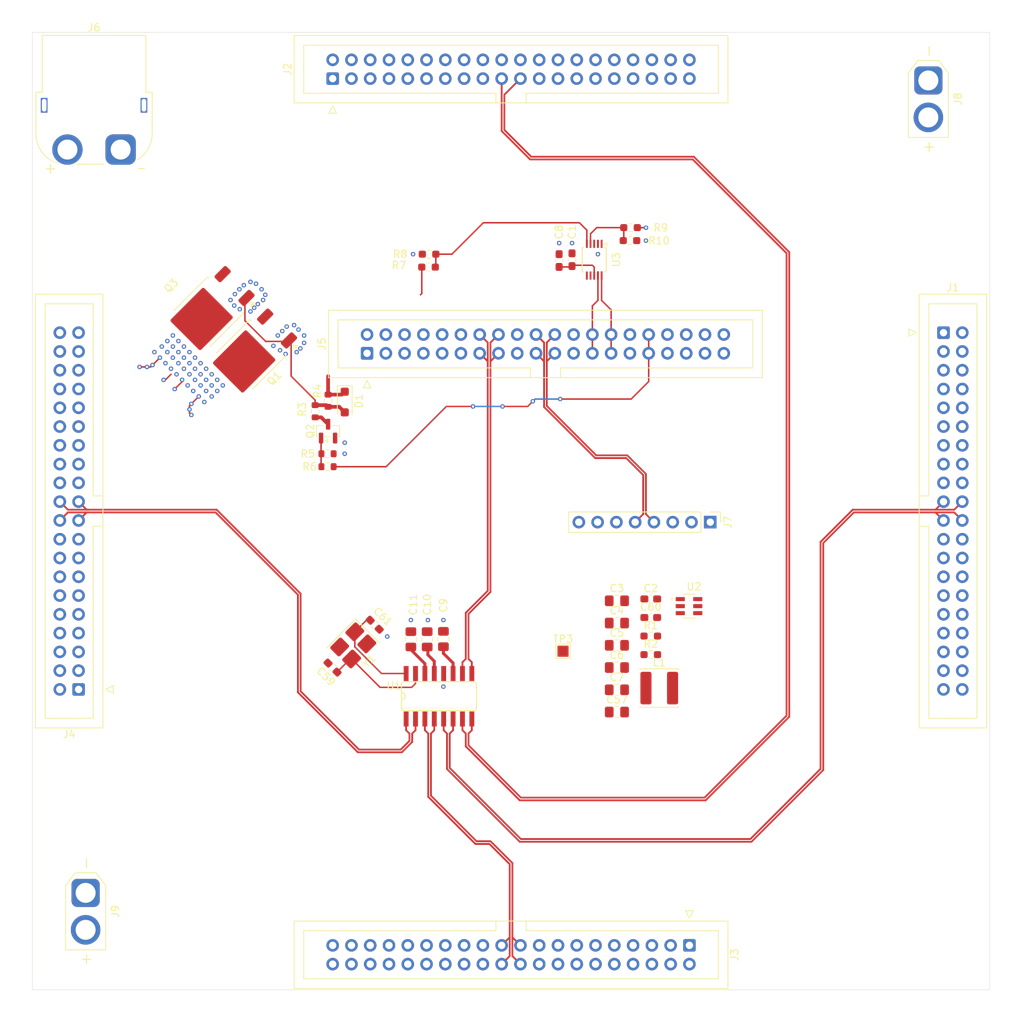
<source format=kicad_pcb>
(kicad_pcb (version 20241229) (generator "pcbnew") (generator_version "9.0")
  (layers (0 "F.Cu" signal) (4 "In1.Cu" signal) (6 "In2.Cu" signal) (2 "B.Cu" signal) (13 "F.Paste" user) (15 "B.Paste" user) (5 "F.SilkS" user "F.Silkscreen") (7 "B.SilkS" user "B.Silkscreen") (1 "F.Mask" user) (3 "B.Mask" user) (25 "Edge.Cuts" user))
  (net 0 "")
  (net 1 "D1+")
  (net 2 "D1-")
  (net 3 "VCC")
  (net 4 "GND")
  (net 5 "D3-")
  (net 6 "D3+")
  (net 7 "D4+")
  (net 8 "D4-")
  (net 9 "D2-")
  (net 10 "D2+")
  (net 11 "D_1-")
  (net 12 "D_1+")
  (net 13 "VDD")
  (net 14 "SCL")
  (net 15 "SDA")
  (net 16 "D_2-")
  (net 17 "D_2+")
  (net 18 "PWR_ON")
  (net 19 "Net-(U1-VDD33)")
  (net 20 "Net-(U2-BST)")
  (net 21 "Net-(U3-AIN0)")
  (net 22 "Net-(U3-AIN1)")
  (net 23 "Net-(U2-SW)")
  (net 24 "Net-(U1-VDD18)")
  (net 25 "Net-(U1-XOUT)")
  (net 26 "Net-(U1-XIN)")
  (net 27 "+5V")
  (net 28 "Net-(D1-A)")
  (net 29 "Net-(Q2-G)")
  (net 30 "Net-(Q2-D)")
  (net 31 "Net-(U2-FB)")
  (footprint "Resistor_SMD:R_0603_1608Metric" (layer "F.Cu") (at 40 49.825 90)
    (property "Reference" "R4")
    (property "Value" "1k")
  )
  (footprint "Resistor_SMD:R_0603_1608Metric_Pad0.98x0.95mm_HandSolder" (layer "F.Cu") (at 80.912499 26.4075 180)
    (property "Reference" "R9")
    (property "Value" "100k")
  )
  (footprint "Connector_IDC:IDC-Header_2x20_P2.54mm_Vertical" (layer "F.Cu") (at 45.27 43.41 90)
    (property "Reference" "J5")
    (property "Value" "Conn_02x20_Top_Bottom")
  )
  (footprint "Capacitor_SMD:C_0805_2012Metric_Pad1.18x1.45mm_HandSolder" (layer "F.Cu") (at 53.4 82.1 90)
    (property "Reference" "C10")
    (property "Value" "22u")
  )
  (footprint "Capacitor_SMD:C_0805_2012Metric_Pad1.18x1.45mm_HandSolder" (layer "F.Cu") (at 79.07 91.94)
    (property "Reference" "C57")
    (property "Value" "22u")
  )
  (footprint "Capacitor_SMD:C_0603_1608Metric_Pad1.08x0.95mm_HandSolder" (layer "F.Cu") (at 40.602167 85.92418 -45)
    (property "Reference" "C59")
    (property "Value" "26p")
  )
  (footprint "SL2.1A:SO16" (layer "F.Cu") (at 55 89.8)
    (property "Reference" "U1")
    (property "Value" "SL2.1A")
  )
  (footprint "Capacitor_SMD:C_0603_1608Metric_Pad1.08x0.95mm_HandSolder" (layer "F.Cu") (at 71.25 30.862501 90)
    (property "Reference" "C8")
    (property "Value" "10u")
  )
  (footprint "Capacitor_SMD:C_0603_1608Metric_Pad1.08x0.95mm_HandSolder" (layer "F.Cu") (at 46.302167 80.124179 135)
    (property "Reference" "C61")
    (property "Value" "26p")
  )
  (footprint "Connector_IDC:IDC-Header_2x20_P2.54mm_Vertical" (layer "F.Cu") (at 6.25 88.88 180)
    (property "Reference" "J4")
    (property "Value" "Conn_02x20_Top_Bottom")
  )
  (footprint "Capacitor_SMD:C_0603_1608Metric_Pad1.08x0.95mm_HandSolder" (layer "F.Cu") (at 83.65 76.64)
    (property "Reference" "C2")
    (property "Value" "100n")
  )
  (footprint "Connector_AMASS:AMASS_XT30U-F_1x02_P5.0mm_Vertical" (layer "F.Cu") (at 121.2 6.5 -90)
    (property "Reference" "J8")
    (property "Value" "Conn_01x02")
  )
  (footprint "Capacitor_SMD:C_0805_2012Metric_Pad1.18x1.45mm_HandSolder" (layer "F.Cu") (at 55.6 82.0625 90)
    (property "Reference" "C9")
    (property "Value" "22u")
  )
  (footprint "Package_TO_SOT_SMD:SOT-23" (layer "F.Cu") (at 40 53.937501 90)
    (property "Reference" "Q2")
    (property "Value" "2N7002")
  )
  (footprint "Connector_PinHeader_2.54mm:PinHeader_1x08_P2.54mm_Vertical" (layer "F.Cu") (at 91.7 66.25 -90)
    (property "Reference" "J7")
    (property "Value" "Conn_01x08")
  )
  (footprint "Capacitor_SMD:C_0805_2012Metric_Pad1.18x1.45mm_HandSolder" (layer "F.Cu") (at 79.07 82.91)
    (property "Reference" "C5")
    (property "Value" "22u")
  )
  (footprint "Capacitor_SMD:C_0603_1608Metric_Pad1.08x0.95mm_HandSolder" (layer "F.Cu") (at 83.65 79.15)
    (property "Reference" "C60")
    (property "Value" "100n")
  )
  (footprint "Package_TO_SOT_SMD:TO-252-2" (layer "F.Cu") (at 23.784889 37.871787 -135)
    (property "Reference" "Q3")
    (property "Value" "Q_PMOS_GDS")
  )
  (footprint "Resistor_SMD:R_0603_1608Metric" (layer "F.Cu") (at 38.25 51.25 -90)
    (property "Reference" "R3")
    (property "Value" "100")
  )
  (footprint "Package_SO:TSSOP-10_3x3mm_P0.5mm" (layer "F.Cu") (at 76 30.75 -90)
    (property "Reference" "U3")
    (property "Value" "ADS1115IDGS")
  )
  (footprint "Resistor_SMD:R_0603_1608Metric" (layer "F.Cu") (at 39.925 58.75)
    (property "Reference" "R6")
    (property "Value" "1k")
  )
  (footprint "Resistor_SMD:R_0603_1608Metric_Pad0.98x0.95mm_HandSolder" (layer "F.Cu") (at 53.5875 31.75)
    (property "Reference" "R7")
    (property "Value" "100k")
  )
  (footprint "Resistor_SMD:R_0603_1608Metric_Pad0.98x0.95mm_HandSolder" (layer "F.Cu") (at 80.837499 28.1675)
    (property "Reference" "R10")
    (property "Value" "10k")
  )
  (footprint "Capacitor_SMD:C_0805_2012Metric_Pad1.18x1.45mm_HandSolder" (layer "F.Cu") (at 51.2 82.1 90)
    (property "Reference" "C11")
    (property "Value" "22u")
  )
  (footprint "Inductor_SMD:L_Sunlord_SWPA5012S" (layer "F.Cu") (at 84.8 88.7)
    (property "Reference" "L1")
    (property "Value" "10u")
  )
  (footprint "Connector_IDC:IDC-Header_2x20_P2.54mm_Vertical" (layer "F.Cu") (at 123.25 40.62)
    (property "Reference" "J1")
    (property "Value" "Conn_02x20_Top_Bottom")
  )
  (footprint "Package_TO_SOT_SMD:TO-252-2" (layer "F.Cu") (at 29.534889 43.621787 -135)
    (property "Reference" "Q1")
    (property "Value" "Q_PMOS_GDS")
  )
  (footprint "Resistor_SMD:R_0603_1608Metric_Pad0.98x0.95mm_HandSolder" (layer "F.Cu") (at 83.65 81.66)
    (property "Reference" "R1")
    (property "Value" "52.5k")
  )
  (footprint "Diode_SMD:D_SOD-123F" (layer "F.Cu") (at 42.25 50 -90)
    (property "Reference" "D1")
    (property "Value" "12V 1W")
  )
  (footprint "Resistor_SMD:R_0603_1608Metric_Pad0.98x0.95mm_HandSolder" (layer "F.Cu") (at 83.65 84.17)
    (property "Reference" "R2")
    (property "Value" "10k")
  )
  (footprint "AP63300WU-7:SOT95P280X100-6N" (layer "F.Cu") (at 88.825 77.61)
    (property "Reference" "U2")
    (property "Value" "AP63300WU-7")
  )
  (footprint "Capacitor_SMD:C_0603_1608Metric_Pad1.08x0.95mm_HandSolder" (layer "F.Cu") (at 73 30.75 90)
    (property "Reference" "C1")
    (property "Value" "100n")
  )
  (footprint "Connector_AMASS:AMASS_XT30U-F_1x02_P5.0mm_Vertical" (layer "F.Cu") (at 7.2 116.4 -90)
    (property "Reference" "J9")
    (property "Value" "Conn_01x02")
  )
  (footprint "Capacitor_SMD:C_0805_2012Metric_Pad1.18x1.45mm_HandSolder" (layer "F.Cu") (at 79.07 88.93)
    (property "Reference" "C7")
    (property "Value" "22u")
  )
  (footprint "Capacitor_SMD:C_0805_2012Metric_Pad1.18x1.45mm_HandSolder" (layer "F.Cu") (at 79.07 79.9)
    (property "Reference" "C4")
    (property "Value" "22u")
  )
  (footprint "TestPoint:TestPoint_Pad_1.5x1.5mm" (layer "F.Cu") (at 71.78 83.71)
    (property "Reference" "TP3")
    (property "Value" "TestPoint")
  )
  (footprint "Crystal:Crystal_SMD_3225-4Pin_3.2x2.5mm_HandSoldering" (layer "F.Cu") (at 43.402167 82.924179 -135)
    (property "Reference" "Y1")
    (property "Value" "12Mhz")
  )
  (footprint "Connector_IDC:IDC-Header_2x20_P2.54mm_Vertical" (layer "F.Cu") (at 40.62 6.25 90)
    (property "Reference" "J2")
    (property "Value" "Conn_02x20_Top_Bottom")
  )
  (footprint "Resistor_SMD:R_0603_1608Metric" (layer "F.Cu") (at 39.925 57)
    (property "Reference" "R5")
    (property "Value" "47k")
  )
  (footprint "Connector_IDC:IDC-Header_2x20_P2.54mm_Vertical" (layer "F.Cu") (at 88.88 123.5 -90)
    (property "Reference" "J3")
    (property "Value" "Conn_02x20_Top_Bottom")
  )
  (footprint "Connector_AMASS:AMASS_XT60PW-F_1x02_P7.20mm_Horizontal" (layer "F.Cu") (at 11.94 15.85)
    (property "Reference" "J6")
    (property "Value" "Conn_01x02")
  )
  (footprint "Resistor_SMD:R_0603_1608Metric_Pad0.98x0.95mm_HandSolder" (layer "F.Cu") (at 53.6625 30 180)
    (property "Reference" "R8")
    (property "Value" "10k")
  )
  (footprint "Capacitor_SMD:C_0805_2012Metric_Pad1.18x1.45mm_HandSolder" (layer "F.Cu") (at 79.07 76.89)
    (property "Reference" "C3")
    (property "Value" "22u")
  )
  (footprint "Capacitor_SMD:C_0805_2012Metric_Pad1.18x1.45mm_HandSolder" (layer "F.Cu") (at 79.07 85.92)
    (property "Reference" "C6")
    (property "Value" "22u")
  )
  (gr_rect (start 0 0) (end 129.5 129.5) (stroke (width 0.05)) (fill no) (layer "Edge.Cuts"))
  (segment (start 51.372499 94.849902) (end 51.372499 95.985595) (width 0.24) (layer "F.Cu") (net 1))
  (segment (start 3.71 66.02) (end 4.7975 64.9325) (width 0.24) (layer "F.Cu") (net 1))
  (segment (start 51.825 94.397401) (end 51.372499 94.849902) (width 0.24) (layer "F.Cu") (net 1))
  (segment (start 35.9175 89.275594) (end 35.9175 76.075594) (width 0.24) (layer "F.Cu") (net 1))
  (segment (start 49.975594 97.3825) (end 44.024406 97.3825) (width 0.24) (layer "F.Cu") (net 1))
  (segment (start 51.372499 95.985595) (end 49.975594 97.3825) (width 0.24) (layer "F.Cu") (net 1))
  (segment (start 7.3375 64.9325) (end 6.25 66.02) (width 0.24) (layer "F.Cu") (net 1))
  (segment (start 4.7975 64.9325) (end 7.6 64.9325) (width 0.24) (layer "F.Cu") (net 1))
  (segment (start 24.774406 64.9325) (end 7.3375 64.9325) (width 0.24) (layer "F.Cu") (net 1))
  (segment (start 51.825 92.8734) (end 51.825 94.397401) (width 0.24) (layer "F.Cu") (net 1))
  (segment (start 44.024406 97.3825) (end 35.9175 89.275594) (width 0.24) (layer "F.Cu") (net 1))
  (segment (start 35.9175 76.075594) (end 24.774406 64.9325) (width 0.24) (layer "F.Cu") (net 1))
  (segment (start 36.2825 75.924406) (end 24.925594 64.5675) (width 0.24) (layer "F.Cu") (net 2))
  (segment (start 44.175594 97.0175) (end 36.2825 89.124406) (width 0.24) (layer "F.Cu") (net 2))
  (segment (start 49.824406 97.0175) (end 44.175594 97.0175) (width 0.24) (layer "F.Cu") (net 2))
  (segment (start 50.554999 94.397401) (end 51.0075 94.849902) (width 0.24) (layer "F.Cu") (net 2))
  (segment (start 4.7975 64.5675) (end 7.6 64.5675) (width 0.24) (layer "F.Cu") (net 2))
  (segment (start 24.925594 64.5675) (end 7.3375 64.5675) (width 0.24) (layer "F.Cu") (net 2))
  (segment (start 7.3375 64.5675) (end 6.25 63.48) (width 0.24) (layer "F.Cu") (net 2))
  (segment (start 36.2825 89.124406) (end 36.2825 75.924406) (width 0.24) (layer "F.Cu") (net 2))
  (segment (start 3.71 63.48) (end 4.7975 64.5675) (width 0.24) (layer "F.Cu") (net 2))
  (segment (start 50.554999 92.8734) (end 50.554999 94.397401) (width 0.24) (layer "F.Cu") (net 2))
  (segment (start 51.0075 95.834406) (end 49.824406 97.0175) (width 0.24) (layer "F.Cu") (net 2))
  (segment (start 51.0075 94.849902) (end 51.0075 95.834406) (width 0.24) (layer "F.Cu") (net 2))
  (segment (start 16.25 45) (end 17.25 44) (width 0.2) (layer "F.Cu") (net 3))
  (segment (start 18 47) (end 18.75 46.25) (width 0.2) (layer "F.Cu") (net 3))
  (segment (start 16 45.25) (end 16.25 45) (width 0.2) (layer "F.Cu") (net 3))
  (segment (start 83 26.4175) (end 81.834999 26.4175) (width 0.2) (layer "F.Cu") (net 3))
  (segment (start 19.25 48.25) (end 20.25 47.25) (width 0.2) (layer "F.Cu") (net 3))
  (segment (start 21.25 51.5) (end 21.5 51.75) (width 0.2) (layer "F.Cu") (net 3))
  (segment (start 21.25 51) (end 21.25 51.5) (width 0.2) (layer "F.Cu") (net 3))
  (segment (start 22.5 49.25) (end 21.25 50.5) (width 0.2) (layer "F.Cu") (net 3))
  (segment (start 14.5 45.25) (end 16 45.25) (width 0.2) (layer "F.Cu") (net 3))
  (segment (start 21.25 50.5) (end 21.25 51) (width 0.2) (layer "F.Cu") (net 3))
  (segment (start 20.25 47.25) (end 20.25 47) (width 0.2) (layer "F.Cu") (net 3))
  (segment (start 81.834999 26.4175) (end 81.824999 26.4075) (width 0.2) (layer "F.Cu") (net 3))
  (segment (start 17.75 47) (end 18 47) (width 0.2) (layer "F.Cu") (net 3))
  (via (at 18.25 41.75) (size 0.6) (drill 0.3) (layers "F.Cu" "B.Cu") (net 3))
  (via (at 25 47) (size 0.6) (drill 0.3) (layers "F.Cu" "B.Cu") (net 3))
  (via (at 18 44.75) (size 0.6) (drill 0.3) (layers "F.Cu" "B.Cu") (net 3))
  (via (at 19 41) (size 0.6) (drill 0.3) (layers "F.Cu" "B.Cu") (net 3))
  (via (at 22.5 49.25) (size 0.6) (drill 0.3) (layers "F.Cu" "B.Cu") (net 3))
  (via (at 22 44) (size 0.6) (drill 0.3) (layers "F.Cu" "B.Cu") (net 3))
  (via (at 19 42.5) (size 0.6) (drill 0.3) (layers "F.Cu" "B.Cu") (net 3))
  (via (at 22.75 46.25) (size 0.6) (drill 0.3) (layers "F.Cu" "B.Cu") (net 3))
  (via (at 25 48.5) (size 0.6) (drill 0.3) (layers "F.Cu" "B.Cu") (net 3))
  (via (at 17.25 44) (size 0.6) (drill 0.3) (layers "F.Cu" "B.Cu") (net 3))
  (via (at 24.25 47.75) (size 0.6) (drill 0.3) (layers "F.Cu" "B.Cu") (net 3))
  (via (at 21.75 48.5) (size 0.6) (drill 0.3) (layers "F.Cu" "B.Cu") (net 3))
  (via (at 19.75 44.75) (size 0.6) (drill 0.3) (layers "F.Cu" "B.Cu") (net 3))
  (via (at 22 45.5) (size 0.6) (drill 0.3) (layers "F.Cu" "B.Cu") (net 3))
  (via (at 17.75 47) (size 0.6) (drill 0.3) (layers "F.Cu" "B.Cu") (net 3))
  (via (at 20.25 47) (size 0.6) (drill 0.3) (layers "F.Cu" "B.Cu") (net 3))
  (via (at 25.75 47.75) (size 0.6) (drill 0.3) (layers "F.Cu" "B.Cu") (net 3))
  (via (at 19.75 41.75) (size 0.6) (drill 0.3) (layers "F.Cu" "B.Cu") (net 3))
  (via (at 19.25 48.25) (size 0.6) (drill 0.3) (layers "F.Cu" "B.Cu") (net 3))
  (via (at 19.75 43.25) (size 0.6) (drill 0.3) (layers "F.Cu" "B.Cu") (net 3))
  (via (at 23.5 45.5) (size 0.6) (drill 0.3) (layers "F.Cu" "B.Cu") (net 3))
  (via (at 20.5 42.5) (size 0.6) (drill 0.3) (layers "F.Cu" "B.Cu") (net 3))
  (via (at 18.25 43.25) (size 0.6) (drill 0.3) (layers "F.Cu" "B.Cu") (net 3))
  (via (at 24.25 49.25) (size 0.6) (drill 0.3) (layers "F.Cu" "B.Cu") (net 3))
  (via (at 22.75 44.75) (size 0.6) (drill 0.3) (layers "F.Cu" "B.Cu") (net 3))
  (via (at 15.5 45.25) (size 0.6) (drill 0.3) (layers "F.Cu" "B.Cu") (net 3))
  (via (at 21.25 44.75) (size 0.6) (drill 0.3) (layers "F.Cu" "B.Cu") (net 3))
  (via (at 21.25 43.25) (size 0.6) (drill 0.3) (layers "F.Cu" "B.Cu") (net 3))
  (via (at 24.25 46.25) (size 0.6) (drill 0.3) (layers "F.Cu" "B.Cu") (net 3))
  (via (at 23.5 47) (size 0.6) (drill 0.3) (layers "F.Cu" "B.Cu") (net 3))
  (via (at 20.5 45.5) (size 0.6) (drill 0.3) (layers "F.Cu" "B.Cu") (net 3))
  (via (at 19.5 46.25) (size 0.6) (drill 0.3) (layers "F.Cu" "B.Cu") (net 3))
  (via (at 83 26.4175) (size 0.6) (drill 0.3) (layers "F.Cu" "B.Cu") (net 3))
  (via (at 23.5 48.5) (size 0.6) (drill 0.3) (layers "F.Cu" "B.Cu") (net 3))
  (via (at 20.5 44) (size 0.6) (drill 0.3) (layers "F.Cu" "B.Cu") (net 3))
  (via (at 21.5 51.75) (size 0.6) (drill 0.3) (layers "F.Cu" "B.Cu") (net 3))
  (via (at 21.5 50.25) (size 0.6) (drill 0.3) (layers "F.Cu" "B.Cu") (net 3))
  (via (at 21.25 51) (size 0.6) (drill 0.3) (layers "F.Cu" "B.Cu") (net 3))
  (via (at 16.25 45) (size 0.6) (drill 0.3) (layers "F.Cu" "B.Cu") (net 3))
  (via (at 21.25 46.25) (size 0.6) (drill 0.3) (layers "F.Cu" "B.Cu") (net 3))
  (via (at 21 47.75) (size 0.6) (drill 0.3) (layers "F.Cu" "B.Cu") (net 3))
  (via (at 18.75 45.5) (size 0.6) (drill 0.3) (layers "F.Cu" "B.Cu") (net 3))
  (via (at 16.5 43.25) (size 0.6) (drill 0.3) (layers "F.Cu" "B.Cu") (net 3))
  (via (at 14.5 45.25) (size 0.6) (drill 0.3) (layers "F.Cu" "B.Cu") (net 3))
  (via (at 23.25 50) (size 0.6) (drill 0.3) (layers "F.Cu" "B.Cu") (net 3))
  (via (at 17.5 42.5) (size 0.6) (drill 0.3) (layers "F.Cu" "B.Cu") (net 3))
  (via (at 22 47) (size 0.6) (drill 0.3) (layers "F.Cu" "B.Cu") (net 3))
  (via (at 22.75 47.75) (size 0.6) (drill 0.3) (layers "F.Cu" "B.Cu") (net 3))
  (via (at 19 44) (size 0.6) (drill 0.3) (layers "F.Cu" "B.Cu") (net 3))
  (via (at 34.25 43.5) (size 0.6) (drill 0.3) (layers "F.Cu" "B.Cu") (net 4))
  (via (at 36.25 42.75) (size 0.6) (drill 0.3) (layers "F.Cu" "B.Cu") (net 4))
  (via (at 33.499999 43) (size 0.6) (drill 0.3) (layers "F.Cu" "B.Cu") (net 4))
  (via (at 33.2 41) (size 0.6) (drill 0.3) (layers "F.Cu" "B.Cu") (net 4))
  (via (at 55.6 88.5) (size 0.6) (drill 0.3) (layers "F.Cu" "B.Cu") (net 4))
  (via (at 76.5 30) (size 0.6) (drill 0.3) (layers "F.Cu" "B.Cu") (net 4))
  (via (at 28 34.75) (size 0.6) (drill 0.3) (layers "F.Cu" "B.Cu") (net 4))
  (via (at 53.5 79.5) (size 0.6) (drill 0.3) (layers "F.Cu" "B.Cu") (net 4))
  (via (at 73 28.5) (size 0.6) (drill 0.3) (layers "F.Cu" "B.Cu") (net 4))
  (via (at 55.6 79.5) (size 0.6) (drill 0.3) (layers "F.Cu" "B.Cu") (net 4))
  (via (at 83 28.1675) (size 0.6) (drill 0.3) (layers "F.Cu" "B.Cu") (net 4))
  (via (at 35.75 43.25) (size 0.6) (drill 0.3) (layers "F.Cu" "B.Cu") (net 4))
  (via (at 28.05 37.45) (size 0.6) (drill 0.3) (layers "F.Cu" "B.Cu") (net 4))
  (via (at 26.8 36.2) (size 0.6) (drill 0.3) (layers "F.Cu" "B.Cu") (net 4))
  (via (at 29.5 37.75) (size 0.6) (drill 0.3) (layers "F.Cu" "B.Cu") (net 4))
  (via (at 36.75 42) (size 0.6) (drill 0.3) (layers "F.Cu" "B.Cu") (net 4))
  (via (at 42.25 57) (size 0.6) (drill 0.3) (layers "F.Cu" "B.Cu") (net 4))
  (via (at 30.5 36.75) (size 0.6) (drill 0.3) (layers "F.Cu" "B.Cu") (net 4))
  (via (at 42.25 55.5) (size 0.6) (drill 0.3) (layers "F.Cu" "B.Cu") (net 4))
  (via (at 48.002167 81.724179) (size 0.6) (drill 0.3) (layers "F.Cu" "B.Cu") (net 4))
  (via (at 35.4 39.6) (size 0.6) (drill 0.3) (layers "F.Cu" "B.Cu") (net 4))
  (via (at 27.299999 36.95) (size 0.6) (drill 0.3) (layers "F.Cu" "B.Cu") (net 4))
  (via (at 51.2 79.5) (size 0.6) (drill 0.3) (layers "F.Cu" "B.Cu") (net 4))
  (via (at 51.5 30) (size 0.6) (drill 0.3) (layers "F.Cu" "B.Cu") (net 4))
  (via (at 71.25 28.5) (size 0.6) (drill 0.3) (layers "F.Cu" "B.Cu") (net 4))
  (via (at 36.75 41) (size 0.6) (drill 0.3) (layers "F.Cu" "B.Cu") (net 4))
  (via (at 27.4 35.4) (size 0.6) (drill 0.3) (layers "F.Cu" "B.Cu") (net 4))
  (via (at 31 34.75) (size 0.6) (drill 0.3) (layers "F.Cu" "B.Cu") (net 4))
  (via (at 30.25 34) (size 0.6) (drill 0.3) (layers "F.Cu" "B.Cu") (net 4))
  (via (at 36 40.2) (size 0.6) (drill 0.3) (layers "F.Cu" "B.Cu") (net 4))
  (via (at 30 37.25) (size 0.6) (drill 0.3) (layers "F.Cu" "B.Cu") (net 4))
  (via (at 33.8 40.4) (size 0.6) (drill 0.3) (layers "F.Cu" "B.Cu") (net 4))
  (via (at 29.5 33.75) (size 0.6) (drill 0.3) (layers "F.Cu" "B.Cu") (net 4))
  (via (at 31.2 36.2) (size 0.6) (drill 0.3) (layers "F.Cu" "B.Cu") (net 4))
  (via (at 31.5 35.5) (size 0.6) (drill 0.3) (layers "F.Cu" "B.Cu") (net 4))
  (via (at 34.4 39.8) (size 0.6) (drill 0.3) (layers "F.Cu" "B.Cu") (net 4))
  (via (at 28.6 34.2) (size 0.6) (drill 0.3) (layers "F.Cu" "B.Cu") (net 4))
  (via (at 32.6 42.4) (size 0.6) (drill 0.3) (layers "F.Cu" "B.Cu") (net 4))
  (segment (start 55.635 92.8734) (end 55.635 94.397401) (width 0.24) (layer "F.Cu") (net 5))
  (segment (start 122.1625 64.9325) (end 123.25 66.02) (width 0.24) (layer "F.Cu") (net 5))
  (segment (start 124.7025 64.9325) (end 122.1625 64.9325) (width 0.24) (layer "F.Cu") (net 5))
  (segment (start 56.0875 94.849901) (end 56.0875 99.645594) (width 0.24) (layer "F.Cu") (net 5))
  (segment (start 125.79 66.02) (end 124.7025 64.9325) (width 0.24) (layer "F.Cu") (net 5))
  (segment (start 56.0875 99.645594) (end 65.924406 109.4825) (width 0.24) (layer "F.Cu") (net 5))
  (segment (start 55.635 94.397401) (end 56.0875 94.849901) (width 0.24) (layer "F.Cu") (net 5))
  (segment (start 97.275594 109.4825) (end 106.9825 99.775594) (width 0.24) (layer "F.Cu") (net 5))
  (segment (start 65.924406 109.4825) (end 97.275594 109.4825) (width 0.24) (layer "F.Cu") (net 5))
  (segment (start 111.125594 64.9325) (end 122.1625 64.9325) (width 0.24) (layer "F.Cu") (net 5))
  (segment (start 106.9825 69.075594) (end 111.125594 64.9325) (width 0.24) (layer "F.Cu") (net 5))
  (segment (start 106.9825 99.775594) (end 106.9825 69.075594) (width 0.24) (layer "F.Cu") (net 5))
  (segment (start 106.6175 68.924406) (end 110.974406 64.5675) (width 0.24) (layer "F.Cu") (net 6))
  (segment (start 110.974406 64.5675) (end 122.1625 64.5675) (width 0.24) (layer "F.Cu") (net 6))
  (segment (start 124.7025 64.5675) (end 122.1625 64.5675) (width 0.24) (layer "F.Cu") (net 6))
  (segment (start 56.904999 92.8734) (end 56.904999 94.397401) (width 0.24) (layer "F.Cu") (net 6))
  (segment (start 56.452499 99.494405) (end 66.075594 109.1175) (width 0.24) (layer "F.Cu") (net 6))
  (segment (start 125.79 63.48) (end 124.7025 64.5675) (width 0.24) (layer "F.Cu") (net 6))
  (segment (start 97.124406 109.1175) (end 106.6175 99.624406) (width 0.24) (layer "F.Cu") (net 6))
  (segment (start 122.1625 64.5675) (end 123.25 63.48) (width 0.24) (layer "F.Cu") (net 6))
  (segment (start 106.6175 99.624406) (end 106.6175 68.924406) (width 0.24) (layer "F.Cu") (net 6))
  (segment (start 66.075594 109.1175) (end 97.124406 109.1175) (width 0.24) (layer "F.Cu") (net 6))
  (segment (start 56.904999 94.397401) (end 56.452499 94.849901) (width 0.24) (layer "F.Cu") (net 6))
  (segment (start 56.452499 94.849901) (end 56.452499 99.494405) (width 0.24) (layer "F.Cu") (net 6))
  (segment (start 67.324406 17.1825) (end 63.48 13.338094) (width 0.24) (layer "F.Cu") (net 7))
  (segment (start 63.48 13.338094) (end 63.48 6.25) (width 0.24) (layer "F.Cu") (net 7))
  (segment (start 59.445001 94.397401) (end 58.9925 94.849902) (width 0.24) (layer "F.Cu") (net 7))
  (segment (start 58.9925 96.434406) (end 66.075594 103.5175) (width 0.24) (layer "F.Cu") (net 7))
  (segment (start 58.9925 94.849902) (end 58.9925 96.434406) (width 0.24) (layer "F.Cu") (net 7))
  (segment (start 102.0175 29.875594) (end 89.324406 17.1825) (width 0.24) (layer "F.Cu") (net 7))
  (segment (start 90.924406 103.5175) (end 102.0175 92.424406) (width 0.24) (layer "F.Cu") (net 7))
  (segment (start 59.445001 92.8734) (end 59.445001 94.397401) (width 0.24) (layer "F.Cu") (net 7))
  (segment (start 66.075594 103.5175) (end 90.924406 103.5175) (width 0.24) (layer "F.Cu") (net 7))
  (segment (start 102.0175 92.424406) (end 102.0175 29.875594) (width 0.24) (layer "F.Cu") (net 7))
  (segment (start 89.324406 17.1825) (end 67.324406 17.1825) (width 0.24) (layer "F.Cu") (net 7))
  (segment (start 102.3825 92.575594) (end 102.3825 29.724406) (width 0.24) (layer "F.Cu") (net 8))
  (segment (start 65.924406 103.8825) (end 91.075594 103.8825) (width 0.24) (layer "F.Cu") (net 8))
  (segment (start 102.3825 29.724406) (end 89.475594 16.8175) (width 0.24) (layer "F.Cu") (net 8))
  (segment (start 63.845 8.425) (end 66.02 6.25) (width 0.24) (layer "F.Cu") (net 8))
  (segment (start 63.845 13.186906) (end 63.845 8.425) (width 0.24) (layer "F.Cu") (net 8))
  (segment (start 58.175 94.397401) (end 58.627501 94.849902) (width 0.24) (layer "F.Cu") (net 8))
  (segment (start 58.175 92.8734) (end 58.175 94.397401) (width 0.24) (layer "F.Cu") (net 8))
  (segment (start 58.627501 94.849902) (end 58.627501 96.585595) (width 0.24) (layer "F.Cu") (net 8))
  (segment (start 89.475594 16.8175) (end 67.475594 16.8175) (width 0.24) (layer "F.Cu") (net 8))
  (segment (start 67.475594 16.8175) (end 63.845 13.186906) (width 0.24) (layer "F.Cu") (net 8))
  (segment (start 58.627501 96.585595) (end 65.924406 103.8825) (width 0.24) (layer "F.Cu") (net 8))
  (segment (start 91.075594 103.8825) (end 102.3825 92.575594) (width 0.24) (layer "F.Cu") (net 8))
  (segment (start 53.095001 92.8734) (end 53.095001 94.397401) (width 0.24) (layer "F.Cu") (net 9))
  (segment (start 61.824406 109.7825) (end 64.5675 112.525594) (width 0.24) (layer "F.Cu") (net 9))
  (segment (start 64.5675 122.4125) (end 63.48 123.5) (width 0.24) (layer "F.Cu") (net 9))
  (segment (start 59.924406 109.7825) (end 61.824406 109.7825) (width 0.24) (layer "F.Cu") (net 9))
  (segment (start 53.547501 103.405595) (end 59.924406 109.7825) (width 0.24) (layer "F.Cu") (net 9))
  (segment (start 64.5675 112.525594) (end 64.5675 122.4125) (width 0.24) (layer "F.Cu") (net 9))
  (segment (start 53.095001 94.397401) (end 53.547501 94.849901) (width 0.24) (layer "F.Cu") (net 9))
  (segment (start 53.547501 94.849901) (end 53.547501 103.405595) (width 0.24) (layer "F.Cu") (net 9))
  (segment (start 63.48 126.04) (end 64.5675 124.9525) (width 0.24) (layer "F.Cu") (net 9))
  (segment (start 64.5675 124.9525) (end 64.5675 122.4125) (width 0.24) (layer "F.Cu") (net 9))
  (segment (start 64.9325 112.374406) (end 64.9325 122.4125) (width 0.24) (layer "F.Cu") (net 10))
  (segment (start 64.9325 124.9525) (end 64.9325 122.4125) (width 0.24) (layer "F.Cu") (net 10))
  (segment (start 53.9125 94.849901) (end 53.9125 103.254406) (width 0.24) (layer "F.Cu") (net 10))
  (segment (start 61.975594 109.4175) (end 64.9325 112.374406) (width 0.24) (layer "F.Cu") (net 10))
  (segment (start 54.365 92.8734) (end 54.365 94.397401) (width 0.24) (layer "F.Cu") (net 10))
  (segment (start 66.02 126.04) (end 64.9325 124.9525) (width 0.24) (layer "F.Cu") (net 10))
  (segment (start 60.075594 109.4175) (end 61.975594 109.4175) (width 0.24) (layer "F.Cu") (net 10))
  (segment (start 53.9125 103.254406) (end 60.075594 109.4175) (width 0.24) (layer "F.Cu") (net 10))
  (segment (start 64.9325 122.4125) (end 66.02 123.5) (width 0.24) (layer "F.Cu") (net 10))
  (segment (start 54.365 94.397401) (end 53.9125 94.849901) (width 0.24) (layer "F.Cu") (net 10))
  (segment (start 82.9925 65.1625) (end 84.08 66.25) (width 0.24) (layer "F.Cu") (net 11))
  (segment (start 70.67 40.87) (end 69.5825 41.9575) (width 0.24) (layer "F.Cu") (net 11))
  (segment (start 69.5825 44.4975) (end 69.5825 50.524406) (width 0.24) (layer "F.Cu") (net 11))
  (segment (start 80.475594 57.2175) (end 82.9925 59.734406) (width 0.24) (layer "F.Cu") (net 11))
  (segment (start 76.275594 57.2175) (end 80.475594 57.2175) (width 0.24) (layer "F.Cu") (net 11))
  (segment (start 69.5825 44.4975) (end 70.67 43.41) (width 0.24) (layer "F.Cu") (net 11))
  (segment (start 69.5825 50.524406) (end 76.275594 57.2175) (width 0.24) (layer "F.Cu") (net 11))
  (segment (start 82.9925 59.734406) (end 82.9925 65.1625) (width 0.24) (layer "F.Cu") (net 11))
  (segment (start 69.5825 41.9575) (end 69.5825 44.4975) (width 0.24) (layer "F.Cu") (net 11))
  (segment (start 68.13 40.87) (end 69.2175 41.9575) (width 0.24) (layer "F.Cu") (net 12))
  (segment (start 69.2175 44.4975) (end 69.2175 50.675594) (width 0.24) (layer "F.Cu") (net 12))
  (segment (start 80.324406 57.5825) (end 82.6275 59.885594) (width 0.24) (layer "F.Cu") (net 12))
  (segment (start 69.2175 50.675594) (end 76.124406 57.5825) (width 0.24) (layer "F.Cu") (net 12))
  (segment (start 82.6275 65.1625) (end 81.54 66.25) (width 0.24) (layer "F.Cu") (net 12))
  (segment (start 76.124406 57.5825) (end 80.324406 57.5825) (width 0.24) (layer "F.Cu") (net 12))
  (segment (start 69.2175 44.4975) (end 68.13 43.41) (width 0.24) (layer "F.Cu") (net 12))
  (segment (start 69.2175 41.9575) (end 69.2175 44.4975) (width 0.24) (layer "F.Cu") (net 12))
  (segment (start 82.6275 59.885594) (end 82.6275 65.1625) (width 0.24) (layer "F.Cu") (net 12))
  (segment (start 41.850001 49) (end 42.25 48.600001) (width 0.2) (layer "F.Cu") (net 13))
  (segment (start 40 49) (end 41.850001 49) (width 0.5) (layer "F.Cu") (net 13))
  (segment (start 40 49) (end 40 46.5) (width 0.5) (layer "F.Cu") (net 13))
  (segment (start 52.675 35.325) (end 52.5 35.5) (width 0.2) (layer "F.Cu") (net 13))
  (segment (start 52.675 31.75) (end 52.675 35.325) (width 0.2) (layer "F.Cu") (net 13))
  (segment (start 78.29 40.87) (end 78.29 37.54) (width 0.2) (layer "F.Cu") (net 14))
  (segment (start 78.29 40.87) (end 78.29 43.41) (width 0.2) (layer "F.Cu") (net 14))
  (segment (start 78.29 37.54) (end 77 36.25) (width 0.2) (layer "F.Cu") (net 14))
  (segment (start 77 36.25) (end 77 32.4) (width 0.2) (layer "F.Cu") (net 14))
  (segment (start 76.5 36.25) (end 76.5 32.4) (width 0.2) (layer "F.Cu") (net 15))
  (segment (start 75.75 40.87) (end 75.75 43.41) (width 0.2) (layer "F.Cu") (net 15))
  (segment (start 75.75 37) (end 76.5 36.25) (width 0.2) (layer "F.Cu") (net 15))
  (segment (start 75.75 40.87) (end 75.75 37) (width 0.2) (layer "F.Cu") (net 15))
  (segment (start 63.05 40.87) (end 61.9625 41.9575) (width 0.24) (layer "F.Cu") (net 16))
  (segment (start 61.962501 44.497501) (end 61.962501 75.695593) (width 0.24) (layer "F.Cu") (net 16))
  (segment (start 59.445001 85.202599) (end 59.445001 86.7266) (width 0.24) (layer "F.Cu") (net 16))
  (segment (start 63.050001 43.41) (end 61.962501 44.497501) (width 0.24) (layer "F.Cu") (net 16))
  (segment (start 61.9625 41.9575) (end 61.9625 44.497501) (width 0.24) (layer "F.Cu") (net 16))
  (segment (start 58.9925 84.750098) (end 59.445001 85.202599) (width 0.24) (layer "F.Cu") (net 16))
  (segment (start 61.962501 75.695593) (end 58.9925 78.665594) (width 0.24) (layer "F.Cu") (net 16))
  (segment (start 58.9925 78.665594) (end 58.9925 84.750098) (width 0.24) (layer "F.Cu") (net 16))
  (segment (start 61.597501 44.497501) (end 61.597501 75.544405) (width 0.24) (layer "F.Cu") (net 17))
  (segment (start 60.51 43.41) (end 61.597501 44.497501) (width 0.24) (layer "F.Cu") (net 17))
  (segment (start 61.5975 41.9575) (end 61.5975 44.497501) (width 0.24) (layer "F.Cu") (net 17))
  (segment (start 60.51 40.87) (end 61.5975 41.9575) (width 0.24) (layer "F.Cu") (net 17))
  (segment (start 58.627501 84.750098) (end 58.175 85.202599) (width 0.24) (layer "F.Cu") (net 17))
  (segment (start 61.597501 75.544405) (end 58.627501 78.514405) (width 0.24) (layer "F.Cu") (net 17))
  (segment (start 58.175 85.202599) (end 58.175 86.7266) (width 0.24) (layer "F.Cu") (net 17))
  (segment (start 58.627501 78.514405) (end 58.627501 84.750098) (width 0.24) (layer "F.Cu") (net 17))
  (segment (start 83.369999 40.870001) (end 83.369999 43.41) (width 0.2) (layer "F.Cu") (net 18))
  (segment (start 47.85 58.75) (end 40.75 58.75) (width 0.2) (layer "F.Cu") (net 18))
  (segment (start 83.37 40.87) (end 83.369999 40.870001) (width 0.2) (layer "F.Cu") (net 18))
  (segment (start 63.6 50.6) (end 67 50.6) (width 0.2) (layer "F.Cu") (net 18))
  (segment (start 59.6 50.6) (end 56 50.6) (width 0.2) (layer "F.Cu") (net 18))
  (segment (start 83.369999 47.230001) (end 83.369999 43.41) (width 0.2) (layer "F.Cu") (net 18))
  (segment (start 81 49.6) (end 83.369999 47.230001) (width 0.2) (layer "F.Cu") (net 18))
  (segment (start 71.4 49.6) (end 81 49.6) (width 0.2) (layer "F.Cu") (net 18))
  (segment (start 67 50.6) (end 67.7 49.9) (width 0.2) (layer "F.Cu") (net 18))
  (segment (start 56 50.6) (end 47.85 58.75) (width 0.2) (layer "F.Cu") (net 18))
  (via (at 67.7 49.9) (size 0.6) (drill 0.3) (layers "F.Cu" "B.Cu") (net 18))
  (via (at 59.6 50.6) (size 0.6) (drill 0.3) (layers "F.Cu" "B.Cu") (net 18))
  (via (at 71.4 49.6) (size 0.6) (drill 0.3) (layers "F.Cu" "B.Cu") (net 18))
  (via (at 63.6 50.6) (size 0.6) (drill 0.3) (layers "F.Cu" "B.Cu") (net 18))
  (segment (start 68 49.6) (end 67.7 49.9) (width 0.2) (layer "B.Cu") (net 18))
  (segment (start 71.4 49.6) (end 68 49.6) (width 0.2) (layer "B.Cu") (net 18))
  (segment (start 63.6 50.6) (end 59.6 50.6) (width 0.2) (layer "B.Cu") (net 18))
  (segment (start 54.365 85.065) (end 53.5 84.2) (width 0.4) (layer "F.Cu") (net 19))
  (segment (start 53.5 84.2) (end 53.5 83.1375) (width 0.4) (layer "F.Cu") (net 19))
  (segment (start 54.365 86.7266) (end 54.365 85.065) (width 0.4) (layer "F.Cu") (net 19))
  (segment (start 79.999999 26.4075) (end 76.3425 26.4075) (width 0.2) (layer "F.Cu") (net 21))
  (segment (start 76.3425 26.4075) (end 75.5 27.25) (width 0.2) (layer "F.Cu") (net 21))
  (segment (start 75.5 27.25) (end 75.5 28.6) (width 0.2) (layer "F.Cu") (net 21))
  (segment (start 80 26.407501) (end 80 28.092499) (width 0.2) (layer "F.Cu") (net 21))
  (segment (start 80 28.092499) (end 79.925 28.167499) (width 0.2) (layer "F.Cu") (net 21))
  (segment (start 54.575 31.675) (end 54.5 31.75) (width 0.2) (layer "F.Cu") (net 22))
  (segment (start 54.575 30) (end 54.575 31.675) (width 0.2) (layer "F.Cu") (net 22))
  (segment (start 54.575 30) (end 56.75 30) (width 0.2) (layer "F.Cu") (net 22))
  (segment (start 56.75 30) (end 61 25.75) (width 0.2) (layer "F.Cu") (net 22))
  (segment (start 61 25.75) (end 74 25.75) (width 0.2) (layer "F.Cu") (net 22))
  (segment (start 74 25.75) (end 75 26.75) (width 0.2) (layer "F.Cu") (net 22))
  (segment (start 75 26.75) (end 75 28.6) (width 0.2) (layer "F.Cu") (net 22))
  (segment (start 51.2 83.5) (end 51.2 83.1375) (width 0.4) (layer "F.Cu") (net 24))
  (segment (start 53.095001 85.395001) (end 51.2 83.5) (width 0.4) (layer "F.Cu") (net 24))
  (segment (start 53.095001 86.7266) (end 53.095001 85.395001) (width 0.4) (layer "F.Cu") (net 24))
  (segment (start 43.190036 84.762657) (end 42.983449 84.762657) (width 0.2) (layer "F.Cu") (net 25))
  (segment (start 42.983449 84.762657) (end 41.212047 86.534059) (width 0.2) (layer "F.Cu") (net 25))
  (segment (start 51.825 88.075) (end 51.3 88.6) (width 0.2) (layer "F.Cu") (net 25))
  (segment (start 51.3 88.6) (end 47.027378 88.6) (width 0.2) (layer "F.Cu") (net 25))
  (segment (start 51.825 86.7266) (end 51.825 88.075) (width 0.2) (layer "F.Cu") (net 25))
  (segment (start 51.825 86.7266) (end 51.825 85.925) (width 0.2) (layer "F.Cu") (net 25))
  (segment (start 47.027378 88.6) (end 43.190035 84.762657) (width 0.2) (layer "F.Cu") (net 25))
  (segment (start 50.554999 86.7266) (end 50.554999 86.705609) (width 0.2) (layer "F.Cu") (net 26))
  (segment (start 50.554999 86.7266) (end 47.2266 86.7266) (width 0.2) (layer "F.Cu") (net 26))
  (segment (start 45.185701 79.514299) (end 43.614299 81.085701) (width 0.2) (layer "F.Cu") (net 26))
  (segment (start 45.692286 79.514299) (end 45.185701 79.514299) (width 0.2) (layer "F.Cu") (net 26))
  (segment (start 43.614299 83.114299) (end 43.614299 81.085701) (width 0.2) (layer "F.Cu") (net 26))
  (segment (start 47.2266 86.7266) (end 43.614299 83.114299) (width 0.2) (layer "F.Cu") (net 26))
  (segment (start 71.25 31.725002) (end 72.887499 31.725002) (width 0.2) (layer "F.Cu") (net 27))
  (segment (start 73 31.612501) (end 73.112501 31.5) (width 0.2) (layer "F.Cu") (net 27))
  (segment (start 75.75 31.5) (end 76 31.75) (width 0.2) (layer "F.Cu") (net 27))
  (segment (start 55.6 84) (end 55.6 83.1) (width 0.4) (layer "F.Cu") (net 27))
  (segment (start 73.112501 31.5) (end 75.75 31.5) (width 0.2) (layer "F.Cu") (net 27))
  (segment (start 72.887499 31.725002) (end 73 31.612501) (width 0.2) (layer "F.Cu") (net 27))
  (segment (start 56.904999 85.304999) (end 55.6 84) (width 0.4) (layer "F.Cu") (net 27))
  (segment (start 56.904999 86.7266) (end 56.904999 85.304999) (width 0.4) (layer "F.Cu") (net 27))
  (segment (start 76 31.75) (end 76 32.900001) (width 0.2) (layer "F.Cu") (net 27))
  (segment (start 31.55 41.8) (end 28.75 39) (width 0.2) (layer "F.Cu") (net 28))
  (segment (start 41.500001 50.65) (end 42.25 51.399999) (width 0.5) (layer "F.Cu") (net 28))
  (segment (start 35 46.5) (end 38.25 49.75) (width 0.2) (layer "F.Cu") (net 28))
  (segment (start 38.25 50.425) (end 39.775 50.425) (width 0.5) (layer "F.Cu") (net 28))
  (segment (start 38.25 49.75) (end 38.25 50.425) (width 0.2) (layer "F.Cu") (net 28))
  (segment (start 39.775 50.425) (end 40 50.65) (width 0.2) (layer "F.Cu") (net 28))
  (segment (start 40 50.65) (end 41.500001 50.65) (width 0.5) (layer "F.Cu") (net 28))
  (segment (start 34.710911 41.670172) (end 35 41.959261) (width 0.2) (layer "F.Cu") (net 28))
  (segment (start 34.581083 41.8) (end 31.55 41.8) (width 0.2) (layer "F.Cu") (net 28))
  (segment (start 35 41.959261) (end 35 46.5) (width 0.2) (layer "F.Cu") (net 28))
  (segment (start 28.75 36.131083) (end 28.960911 35.920172) (width 0.2) (layer "F.Cu") (net 28))
  (segment (start 34.710911 41.670172) (end 34.581083 41.8) (width 0.2) (layer "F.Cu") (net 28))
  (segment (start 28.75 39) (end 28.75 36.131083) (width 0.2) (layer "F.Cu") (net 28))
  (segment (start 39.05 54.875001) (end 39.05 58.7) (width 0.2) (layer "F.Cu") (net 29))
  (segment (start 39.05 58.7) (end 39.1 58.75) (width 0.2) (layer "F.Cu") (net 29))
  (segment (start 39.075 52.075) (end 40 53) (width 0.5) (layer "F.Cu") (net 30))
  (segment (start 38.25 52.075) (end 39.075 52.075) (width 0.5) (layer "F.Cu") (net 30))
)
</source>
